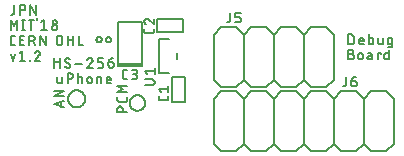
<source format=gto>
G75*
%MOIN*%
%OFA0B0*%
%FSLAX25Y25*%
%IPPOS*%
%LPD*%
%AMOC8*
5,1,8,0,0,1.08239X$1,22.5*
%
%ADD10C,0.00787*%
%ADD11C,0.00700*%
%ADD12C,0.00500*%
%ADD13R,0.07874X0.01181*%
%ADD14C,0.00600*%
D10*
X0052876Y0054543D02*
X0052878Y0054602D01*
X0052884Y0054660D01*
X0052894Y0054718D01*
X0052907Y0054775D01*
X0052925Y0054832D01*
X0052946Y0054887D01*
X0052971Y0054940D01*
X0052999Y0054991D01*
X0053030Y0055041D01*
X0053065Y0055088D01*
X0053103Y0055133D01*
X0053144Y0055176D01*
X0053188Y0055215D01*
X0053234Y0055251D01*
X0053282Y0055285D01*
X0053333Y0055315D01*
X0053386Y0055341D01*
X0053440Y0055364D01*
X0053495Y0055383D01*
X0053552Y0055399D01*
X0053610Y0055411D01*
X0053668Y0055419D01*
X0053727Y0055423D01*
X0053785Y0055423D01*
X0053844Y0055419D01*
X0053902Y0055411D01*
X0053960Y0055399D01*
X0054017Y0055383D01*
X0054072Y0055364D01*
X0054126Y0055341D01*
X0054179Y0055315D01*
X0054230Y0055285D01*
X0054278Y0055251D01*
X0054324Y0055215D01*
X0054368Y0055176D01*
X0054409Y0055133D01*
X0054447Y0055088D01*
X0054482Y0055041D01*
X0054513Y0054991D01*
X0054541Y0054940D01*
X0054566Y0054887D01*
X0054587Y0054832D01*
X0054605Y0054775D01*
X0054618Y0054718D01*
X0054628Y0054660D01*
X0054634Y0054602D01*
X0054636Y0054543D01*
X0054634Y0054484D01*
X0054628Y0054426D01*
X0054618Y0054368D01*
X0054605Y0054311D01*
X0054587Y0054254D01*
X0054566Y0054199D01*
X0054541Y0054146D01*
X0054513Y0054095D01*
X0054482Y0054045D01*
X0054447Y0053998D01*
X0054409Y0053953D01*
X0054368Y0053910D01*
X0054324Y0053871D01*
X0054278Y0053835D01*
X0054230Y0053801D01*
X0054179Y0053771D01*
X0054126Y0053745D01*
X0054072Y0053722D01*
X0054017Y0053703D01*
X0053960Y0053687D01*
X0053902Y0053675D01*
X0053844Y0053667D01*
X0053785Y0053663D01*
X0053727Y0053663D01*
X0053668Y0053667D01*
X0053610Y0053675D01*
X0053552Y0053687D01*
X0053495Y0053703D01*
X0053440Y0053722D01*
X0053386Y0053745D01*
X0053333Y0053771D01*
X0053282Y0053801D01*
X0053234Y0053835D01*
X0053188Y0053871D01*
X0053144Y0053910D01*
X0053103Y0053953D01*
X0053065Y0053998D01*
X0053030Y0054045D01*
X0052999Y0054095D01*
X0052971Y0054146D01*
X0052946Y0054199D01*
X0052925Y0054254D01*
X0052907Y0054311D01*
X0052894Y0054368D01*
X0052884Y0054426D01*
X0052878Y0054484D01*
X0052876Y0054543D01*
X0056026Y0054543D02*
X0056028Y0054602D01*
X0056034Y0054660D01*
X0056044Y0054718D01*
X0056057Y0054775D01*
X0056075Y0054832D01*
X0056096Y0054887D01*
X0056121Y0054940D01*
X0056149Y0054991D01*
X0056180Y0055041D01*
X0056215Y0055088D01*
X0056253Y0055133D01*
X0056294Y0055176D01*
X0056338Y0055215D01*
X0056384Y0055251D01*
X0056432Y0055285D01*
X0056483Y0055315D01*
X0056536Y0055341D01*
X0056590Y0055364D01*
X0056645Y0055383D01*
X0056702Y0055399D01*
X0056760Y0055411D01*
X0056818Y0055419D01*
X0056877Y0055423D01*
X0056935Y0055423D01*
X0056994Y0055419D01*
X0057052Y0055411D01*
X0057110Y0055399D01*
X0057167Y0055383D01*
X0057222Y0055364D01*
X0057276Y0055341D01*
X0057329Y0055315D01*
X0057380Y0055285D01*
X0057428Y0055251D01*
X0057474Y0055215D01*
X0057518Y0055176D01*
X0057559Y0055133D01*
X0057597Y0055088D01*
X0057632Y0055041D01*
X0057663Y0054991D01*
X0057691Y0054940D01*
X0057716Y0054887D01*
X0057737Y0054832D01*
X0057755Y0054775D01*
X0057768Y0054718D01*
X0057778Y0054660D01*
X0057784Y0054602D01*
X0057786Y0054543D01*
X0057784Y0054484D01*
X0057778Y0054426D01*
X0057768Y0054368D01*
X0057755Y0054311D01*
X0057737Y0054254D01*
X0057716Y0054199D01*
X0057691Y0054146D01*
X0057663Y0054095D01*
X0057632Y0054045D01*
X0057597Y0053998D01*
X0057559Y0053953D01*
X0057518Y0053910D01*
X0057474Y0053871D01*
X0057428Y0053835D01*
X0057380Y0053801D01*
X0057329Y0053771D01*
X0057276Y0053745D01*
X0057222Y0053722D01*
X0057167Y0053703D01*
X0057110Y0053687D01*
X0057052Y0053675D01*
X0056994Y0053667D01*
X0056935Y0053663D01*
X0056877Y0053663D01*
X0056818Y0053667D01*
X0056760Y0053675D01*
X0056702Y0053687D01*
X0056645Y0053703D01*
X0056590Y0053722D01*
X0056536Y0053745D01*
X0056483Y0053771D01*
X0056432Y0053801D01*
X0056384Y0053835D01*
X0056338Y0053871D01*
X0056294Y0053910D01*
X0056253Y0053953D01*
X0056215Y0053998D01*
X0056180Y0054045D01*
X0056149Y0054095D01*
X0056121Y0054146D01*
X0056096Y0054199D01*
X0056075Y0054254D01*
X0056057Y0054311D01*
X0056044Y0054368D01*
X0056034Y0054426D01*
X0056028Y0054484D01*
X0056026Y0054543D01*
D11*
X0059893Y0031383D02*
X0059893Y0030484D01*
X0063130Y0030484D01*
X0061692Y0030484D02*
X0061692Y0031383D01*
X0061691Y0031383D02*
X0061689Y0031442D01*
X0061683Y0031500D01*
X0061674Y0031558D01*
X0061660Y0031616D01*
X0061643Y0031672D01*
X0061623Y0031727D01*
X0061598Y0031781D01*
X0061571Y0031833D01*
X0061539Y0031882D01*
X0061505Y0031930D01*
X0061468Y0031976D01*
X0061428Y0032019D01*
X0061385Y0032059D01*
X0061339Y0032096D01*
X0061291Y0032130D01*
X0061242Y0032162D01*
X0061190Y0032189D01*
X0061136Y0032214D01*
X0061081Y0032234D01*
X0061025Y0032251D01*
X0060967Y0032265D01*
X0060909Y0032274D01*
X0060851Y0032280D01*
X0060792Y0032282D01*
X0060733Y0032280D01*
X0060675Y0032274D01*
X0060617Y0032265D01*
X0060559Y0032251D01*
X0060503Y0032234D01*
X0060448Y0032214D01*
X0060394Y0032189D01*
X0060343Y0032162D01*
X0060293Y0032130D01*
X0060245Y0032096D01*
X0060199Y0032059D01*
X0060156Y0032019D01*
X0060116Y0031976D01*
X0060079Y0031930D01*
X0060045Y0031882D01*
X0060013Y0031833D01*
X0059986Y0031781D01*
X0059961Y0031727D01*
X0059941Y0031672D01*
X0059924Y0031616D01*
X0059910Y0031558D01*
X0059901Y0031500D01*
X0059895Y0031442D01*
X0059893Y0031383D01*
X0060613Y0033808D02*
X0062411Y0033808D01*
X0062462Y0033810D01*
X0062513Y0033815D01*
X0062564Y0033824D01*
X0062614Y0033837D01*
X0062662Y0033853D01*
X0062710Y0033873D01*
X0062756Y0033896D01*
X0062800Y0033922D01*
X0062842Y0033951D01*
X0062882Y0033984D01*
X0062919Y0034019D01*
X0062954Y0034056D01*
X0062987Y0034096D01*
X0063016Y0034138D01*
X0063042Y0034182D01*
X0063065Y0034228D01*
X0063085Y0034276D01*
X0063101Y0034324D01*
X0063114Y0034374D01*
X0063123Y0034425D01*
X0063128Y0034476D01*
X0063130Y0034527D01*
X0063130Y0035247D01*
X0060613Y0033808D02*
X0060562Y0033810D01*
X0060511Y0033815D01*
X0060460Y0033824D01*
X0060410Y0033837D01*
X0060362Y0033853D01*
X0060314Y0033873D01*
X0060268Y0033896D01*
X0060224Y0033922D01*
X0060182Y0033951D01*
X0060142Y0033984D01*
X0060105Y0034019D01*
X0060070Y0034056D01*
X0060037Y0034096D01*
X0060008Y0034138D01*
X0059982Y0034182D01*
X0059959Y0034228D01*
X0059939Y0034276D01*
X0059923Y0034324D01*
X0059910Y0034374D01*
X0059901Y0034425D01*
X0059896Y0034476D01*
X0059894Y0034527D01*
X0059893Y0034527D02*
X0059893Y0035247D01*
X0059893Y0036952D02*
X0061692Y0038031D01*
X0059893Y0039110D01*
X0063130Y0039110D01*
X0063130Y0036952D02*
X0059893Y0036952D01*
X0057684Y0040051D02*
X0056785Y0040051D01*
X0056740Y0040053D01*
X0056696Y0040058D01*
X0056653Y0040067D01*
X0056610Y0040080D01*
X0056568Y0040096D01*
X0056528Y0040116D01*
X0056490Y0040139D01*
X0056454Y0040165D01*
X0056420Y0040193D01*
X0056388Y0040225D01*
X0056360Y0040259D01*
X0056334Y0040295D01*
X0056311Y0040333D01*
X0056291Y0040373D01*
X0056275Y0040415D01*
X0056262Y0040458D01*
X0056253Y0040501D01*
X0056248Y0040545D01*
X0056246Y0040590D01*
X0056245Y0040590D02*
X0056245Y0041489D01*
X0056245Y0041130D02*
X0057684Y0041130D01*
X0057684Y0041489D01*
X0057682Y0041541D01*
X0057676Y0041594D01*
X0057667Y0041645D01*
X0057654Y0041696D01*
X0057637Y0041746D01*
X0057616Y0041794D01*
X0057592Y0041841D01*
X0057565Y0041886D01*
X0057534Y0041928D01*
X0057500Y0041969D01*
X0057464Y0042007D01*
X0057425Y0042042D01*
X0057383Y0042074D01*
X0057340Y0042103D01*
X0057294Y0042128D01*
X0057246Y0042151D01*
X0057197Y0042169D01*
X0057147Y0042185D01*
X0057096Y0042196D01*
X0057044Y0042204D01*
X0056991Y0042208D01*
X0056939Y0042208D01*
X0056886Y0042204D01*
X0056834Y0042196D01*
X0056783Y0042185D01*
X0056733Y0042169D01*
X0056684Y0042151D01*
X0056636Y0042128D01*
X0056590Y0042103D01*
X0056547Y0042074D01*
X0056505Y0042042D01*
X0056466Y0042007D01*
X0056430Y0041969D01*
X0056396Y0041928D01*
X0056365Y0041886D01*
X0056338Y0041841D01*
X0056314Y0041794D01*
X0056293Y0041746D01*
X0056276Y0041696D01*
X0056263Y0041645D01*
X0056254Y0041594D01*
X0056248Y0041541D01*
X0056246Y0041489D01*
X0054495Y0041669D02*
X0054495Y0040051D01*
X0053056Y0040051D02*
X0053056Y0042209D01*
X0053955Y0042209D01*
X0054000Y0042207D01*
X0054044Y0042202D01*
X0054088Y0042192D01*
X0054130Y0042180D01*
X0054172Y0042164D01*
X0054212Y0042144D01*
X0054250Y0042121D01*
X0054287Y0042095D01*
X0054321Y0042066D01*
X0054352Y0042035D01*
X0054381Y0042001D01*
X0054407Y0041964D01*
X0054430Y0041926D01*
X0054450Y0041886D01*
X0054466Y0041844D01*
X0054478Y0041802D01*
X0054488Y0041758D01*
X0054493Y0041714D01*
X0054495Y0041669D01*
X0051306Y0041489D02*
X0051306Y0040770D01*
X0051304Y0040718D01*
X0051298Y0040665D01*
X0051289Y0040614D01*
X0051276Y0040563D01*
X0051259Y0040513D01*
X0051238Y0040465D01*
X0051214Y0040418D01*
X0051187Y0040373D01*
X0051156Y0040331D01*
X0051122Y0040290D01*
X0051086Y0040252D01*
X0051047Y0040217D01*
X0051005Y0040185D01*
X0050962Y0040156D01*
X0050916Y0040131D01*
X0050868Y0040108D01*
X0050819Y0040090D01*
X0050769Y0040074D01*
X0050718Y0040063D01*
X0050666Y0040055D01*
X0050613Y0040051D01*
X0050561Y0040051D01*
X0050508Y0040055D01*
X0050456Y0040063D01*
X0050405Y0040074D01*
X0050355Y0040090D01*
X0050306Y0040108D01*
X0050258Y0040131D01*
X0050212Y0040156D01*
X0050169Y0040185D01*
X0050127Y0040217D01*
X0050088Y0040252D01*
X0050052Y0040290D01*
X0050018Y0040331D01*
X0049987Y0040373D01*
X0049960Y0040418D01*
X0049936Y0040465D01*
X0049915Y0040513D01*
X0049898Y0040563D01*
X0049885Y0040614D01*
X0049876Y0040665D01*
X0049870Y0040718D01*
X0049868Y0040770D01*
X0049867Y0040770D02*
X0049867Y0041489D01*
X0049868Y0041489D02*
X0049870Y0041541D01*
X0049876Y0041594D01*
X0049885Y0041645D01*
X0049898Y0041696D01*
X0049915Y0041746D01*
X0049936Y0041794D01*
X0049960Y0041841D01*
X0049987Y0041886D01*
X0050018Y0041928D01*
X0050052Y0041969D01*
X0050088Y0042007D01*
X0050127Y0042042D01*
X0050169Y0042074D01*
X0050212Y0042103D01*
X0050258Y0042128D01*
X0050306Y0042151D01*
X0050355Y0042169D01*
X0050405Y0042185D01*
X0050456Y0042196D01*
X0050508Y0042204D01*
X0050561Y0042208D01*
X0050613Y0042208D01*
X0050666Y0042204D01*
X0050718Y0042196D01*
X0050769Y0042185D01*
X0050819Y0042169D01*
X0050868Y0042151D01*
X0050916Y0042128D01*
X0050962Y0042103D01*
X0051005Y0042074D01*
X0051047Y0042042D01*
X0051086Y0042007D01*
X0051122Y0041969D01*
X0051156Y0041928D01*
X0051187Y0041886D01*
X0051214Y0041841D01*
X0051238Y0041794D01*
X0051259Y0041746D01*
X0051276Y0041696D01*
X0051289Y0041645D01*
X0051298Y0041594D01*
X0051304Y0041541D01*
X0051306Y0041489D01*
X0048117Y0041669D02*
X0048117Y0040051D01*
X0046678Y0040051D02*
X0046678Y0043288D01*
X0046678Y0042209D02*
X0047577Y0042209D01*
X0047622Y0042207D01*
X0047666Y0042202D01*
X0047710Y0042192D01*
X0047752Y0042180D01*
X0047794Y0042164D01*
X0047834Y0042144D01*
X0047872Y0042121D01*
X0047909Y0042095D01*
X0047943Y0042066D01*
X0047974Y0042035D01*
X0048003Y0042001D01*
X0048029Y0041964D01*
X0048052Y0041926D01*
X0048072Y0041886D01*
X0048088Y0041844D01*
X0048100Y0041802D01*
X0048110Y0041758D01*
X0048115Y0041714D01*
X0048117Y0041669D01*
X0044175Y0041489D02*
X0043276Y0041489D01*
X0044175Y0041490D02*
X0044234Y0041492D01*
X0044292Y0041498D01*
X0044350Y0041507D01*
X0044408Y0041521D01*
X0044464Y0041538D01*
X0044519Y0041558D01*
X0044573Y0041583D01*
X0044625Y0041610D01*
X0044674Y0041642D01*
X0044722Y0041676D01*
X0044768Y0041713D01*
X0044811Y0041753D01*
X0044851Y0041796D01*
X0044888Y0041842D01*
X0044922Y0041890D01*
X0044954Y0041940D01*
X0044981Y0041991D01*
X0045006Y0042045D01*
X0045026Y0042100D01*
X0045043Y0042156D01*
X0045057Y0042214D01*
X0045066Y0042272D01*
X0045072Y0042330D01*
X0045074Y0042389D01*
X0045072Y0042448D01*
X0045066Y0042506D01*
X0045057Y0042564D01*
X0045043Y0042622D01*
X0045026Y0042678D01*
X0045006Y0042733D01*
X0044981Y0042787D01*
X0044954Y0042839D01*
X0044922Y0042888D01*
X0044888Y0042936D01*
X0044851Y0042982D01*
X0044811Y0043025D01*
X0044768Y0043065D01*
X0044722Y0043102D01*
X0044674Y0043136D01*
X0044624Y0043168D01*
X0044573Y0043195D01*
X0044519Y0043220D01*
X0044464Y0043240D01*
X0044408Y0043257D01*
X0044350Y0043271D01*
X0044292Y0043280D01*
X0044234Y0043286D01*
X0044175Y0043288D01*
X0043276Y0043288D01*
X0043276Y0040051D01*
X0041267Y0040051D02*
X0041267Y0042209D01*
X0039828Y0042209D02*
X0039828Y0040590D01*
X0039830Y0040545D01*
X0039835Y0040501D01*
X0039844Y0040458D01*
X0039857Y0040415D01*
X0039873Y0040373D01*
X0039893Y0040333D01*
X0039916Y0040295D01*
X0039942Y0040259D01*
X0039970Y0040225D01*
X0040002Y0040193D01*
X0040036Y0040165D01*
X0040072Y0040139D01*
X0040110Y0040116D01*
X0040150Y0040096D01*
X0040192Y0040080D01*
X0040235Y0040067D01*
X0040278Y0040058D01*
X0040322Y0040053D01*
X0040367Y0040051D01*
X0041267Y0040051D01*
X0041989Y0037541D02*
X0038752Y0037541D01*
X0038752Y0035742D02*
X0041989Y0037541D01*
X0041989Y0035742D02*
X0038752Y0035742D01*
X0038752Y0032980D02*
X0041989Y0034059D01*
X0041179Y0033789D02*
X0041179Y0032171D01*
X0041989Y0031901D02*
X0038752Y0032980D01*
X0061701Y0042030D02*
X0061701Y0043828D01*
X0061702Y0043828D02*
X0061704Y0043879D01*
X0061709Y0043930D01*
X0061718Y0043981D01*
X0061731Y0044031D01*
X0061747Y0044079D01*
X0061767Y0044127D01*
X0061790Y0044173D01*
X0061816Y0044217D01*
X0061845Y0044259D01*
X0061878Y0044299D01*
X0061913Y0044336D01*
X0061950Y0044371D01*
X0061990Y0044404D01*
X0062032Y0044433D01*
X0062076Y0044459D01*
X0062122Y0044482D01*
X0062170Y0044502D01*
X0062218Y0044518D01*
X0062268Y0044531D01*
X0062319Y0044540D01*
X0062370Y0044545D01*
X0062421Y0044547D01*
X0062421Y0044548D02*
X0063140Y0044548D01*
X0064671Y0044548D02*
X0065750Y0044548D01*
X0065750Y0044547D02*
X0065802Y0044545D01*
X0065855Y0044539D01*
X0065906Y0044530D01*
X0065957Y0044517D01*
X0066007Y0044500D01*
X0066055Y0044479D01*
X0066102Y0044455D01*
X0066147Y0044428D01*
X0066189Y0044397D01*
X0066230Y0044363D01*
X0066268Y0044327D01*
X0066303Y0044288D01*
X0066335Y0044246D01*
X0066364Y0044203D01*
X0066389Y0044157D01*
X0066412Y0044109D01*
X0066430Y0044060D01*
X0066446Y0044010D01*
X0066457Y0043959D01*
X0066465Y0043907D01*
X0066469Y0043854D01*
X0066469Y0043802D01*
X0066465Y0043749D01*
X0066457Y0043697D01*
X0066446Y0043646D01*
X0066430Y0043596D01*
X0066412Y0043547D01*
X0066389Y0043499D01*
X0066364Y0043453D01*
X0066335Y0043410D01*
X0066303Y0043368D01*
X0066268Y0043329D01*
X0066230Y0043293D01*
X0066189Y0043259D01*
X0066147Y0043228D01*
X0066102Y0043201D01*
X0066055Y0043177D01*
X0066007Y0043156D01*
X0065957Y0043139D01*
X0065906Y0043126D01*
X0065855Y0043117D01*
X0065802Y0043111D01*
X0065750Y0043109D01*
X0065030Y0043109D01*
X0065570Y0043109D02*
X0065629Y0043107D01*
X0065687Y0043101D01*
X0065745Y0043092D01*
X0065803Y0043078D01*
X0065859Y0043061D01*
X0065914Y0043041D01*
X0065968Y0043016D01*
X0066019Y0042989D01*
X0066069Y0042957D01*
X0066117Y0042923D01*
X0066163Y0042886D01*
X0066206Y0042846D01*
X0066246Y0042803D01*
X0066283Y0042757D01*
X0066317Y0042709D01*
X0066349Y0042660D01*
X0066376Y0042608D01*
X0066401Y0042554D01*
X0066421Y0042499D01*
X0066438Y0042443D01*
X0066452Y0042385D01*
X0066461Y0042327D01*
X0066467Y0042269D01*
X0066469Y0042210D01*
X0066467Y0042151D01*
X0066461Y0042093D01*
X0066452Y0042035D01*
X0066438Y0041977D01*
X0066421Y0041921D01*
X0066401Y0041866D01*
X0066376Y0041812D01*
X0066349Y0041761D01*
X0066317Y0041711D01*
X0066283Y0041663D01*
X0066246Y0041617D01*
X0066206Y0041574D01*
X0066163Y0041534D01*
X0066117Y0041497D01*
X0066069Y0041463D01*
X0066020Y0041431D01*
X0065968Y0041404D01*
X0065914Y0041379D01*
X0065859Y0041359D01*
X0065803Y0041342D01*
X0065745Y0041328D01*
X0065687Y0041319D01*
X0065629Y0041313D01*
X0065570Y0041311D01*
X0064671Y0041311D01*
X0063140Y0041311D02*
X0062421Y0041311D01*
X0062370Y0041313D01*
X0062319Y0041318D01*
X0062268Y0041327D01*
X0062218Y0041340D01*
X0062170Y0041356D01*
X0062122Y0041376D01*
X0062076Y0041399D01*
X0062032Y0041425D01*
X0061990Y0041454D01*
X0061950Y0041487D01*
X0061913Y0041522D01*
X0061878Y0041559D01*
X0061845Y0041599D01*
X0061816Y0041641D01*
X0061790Y0041685D01*
X0061767Y0041731D01*
X0061747Y0041779D01*
X0061731Y0041827D01*
X0061718Y0041877D01*
X0061709Y0041928D01*
X0061704Y0041979D01*
X0061702Y0042030D01*
X0058691Y0046068D02*
X0058691Y0046248D01*
X0058690Y0046248D02*
X0058688Y0046299D01*
X0058683Y0046350D01*
X0058674Y0046401D01*
X0058661Y0046451D01*
X0058645Y0046499D01*
X0058625Y0046547D01*
X0058602Y0046593D01*
X0058576Y0046637D01*
X0058547Y0046679D01*
X0058514Y0046719D01*
X0058479Y0046756D01*
X0058442Y0046791D01*
X0058402Y0046824D01*
X0058360Y0046853D01*
X0058316Y0046879D01*
X0058270Y0046902D01*
X0058222Y0046922D01*
X0058174Y0046938D01*
X0058124Y0046951D01*
X0058073Y0046960D01*
X0058022Y0046965D01*
X0057971Y0046967D01*
X0056892Y0046967D01*
X0056892Y0046068D01*
X0056894Y0046009D01*
X0056900Y0045951D01*
X0056909Y0045893D01*
X0056923Y0045835D01*
X0056940Y0045779D01*
X0056960Y0045724D01*
X0056985Y0045670D01*
X0057012Y0045619D01*
X0057044Y0045569D01*
X0057078Y0045521D01*
X0057115Y0045475D01*
X0057155Y0045432D01*
X0057198Y0045392D01*
X0057244Y0045355D01*
X0057292Y0045321D01*
X0057342Y0045289D01*
X0057393Y0045262D01*
X0057447Y0045237D01*
X0057502Y0045217D01*
X0057558Y0045200D01*
X0057616Y0045186D01*
X0057674Y0045177D01*
X0057732Y0045171D01*
X0057791Y0045169D01*
X0057850Y0045171D01*
X0057908Y0045177D01*
X0057966Y0045186D01*
X0058024Y0045200D01*
X0058080Y0045217D01*
X0058135Y0045237D01*
X0058189Y0045262D01*
X0058241Y0045289D01*
X0058290Y0045321D01*
X0058338Y0045355D01*
X0058384Y0045392D01*
X0058427Y0045432D01*
X0058467Y0045475D01*
X0058504Y0045521D01*
X0058538Y0045569D01*
X0058570Y0045619D01*
X0058597Y0045670D01*
X0058622Y0045724D01*
X0058642Y0045779D01*
X0058659Y0045835D01*
X0058673Y0045893D01*
X0058682Y0045951D01*
X0058688Y0046009D01*
X0058690Y0046068D01*
X0056892Y0046967D02*
X0056894Y0047042D01*
X0056900Y0047117D01*
X0056910Y0047192D01*
X0056923Y0047266D01*
X0056941Y0047339D01*
X0056962Y0047412D01*
X0056988Y0047483D01*
X0057016Y0047552D01*
X0057049Y0047620D01*
X0057085Y0047686D01*
X0057124Y0047751D01*
X0057167Y0047813D01*
X0057213Y0047873D01*
X0057262Y0047930D01*
X0057313Y0047985D01*
X0057368Y0048036D01*
X0057425Y0048085D01*
X0057485Y0048131D01*
X0057547Y0048174D01*
X0057611Y0048213D01*
X0057678Y0048249D01*
X0057746Y0048282D01*
X0057815Y0048310D01*
X0057886Y0048336D01*
X0057959Y0048357D01*
X0058032Y0048375D01*
X0058106Y0048388D01*
X0058181Y0048398D01*
X0058256Y0048404D01*
X0058331Y0048406D01*
X0055147Y0048406D02*
X0053349Y0048406D01*
X0053349Y0046967D01*
X0054428Y0046967D01*
X0054479Y0046965D01*
X0054530Y0046960D01*
X0054581Y0046951D01*
X0054631Y0046938D01*
X0054679Y0046922D01*
X0054727Y0046902D01*
X0054773Y0046879D01*
X0054817Y0046853D01*
X0054859Y0046824D01*
X0054899Y0046791D01*
X0054936Y0046756D01*
X0054971Y0046719D01*
X0055004Y0046679D01*
X0055033Y0046637D01*
X0055059Y0046593D01*
X0055082Y0046547D01*
X0055102Y0046499D01*
X0055118Y0046451D01*
X0055131Y0046401D01*
X0055140Y0046350D01*
X0055145Y0046299D01*
X0055147Y0046248D01*
X0055147Y0045888D01*
X0055145Y0045837D01*
X0055140Y0045786D01*
X0055131Y0045735D01*
X0055118Y0045685D01*
X0055102Y0045637D01*
X0055082Y0045589D01*
X0055059Y0045543D01*
X0055033Y0045499D01*
X0055004Y0045457D01*
X0054971Y0045417D01*
X0054936Y0045380D01*
X0054899Y0045345D01*
X0054859Y0045312D01*
X0054817Y0045283D01*
X0054773Y0045257D01*
X0054727Y0045234D01*
X0054679Y0045214D01*
X0054631Y0045198D01*
X0054581Y0045185D01*
X0054530Y0045176D01*
X0054479Y0045171D01*
X0054428Y0045169D01*
X0053349Y0045169D01*
X0051604Y0045169D02*
X0049806Y0045169D01*
X0051334Y0046967D01*
X0050795Y0048406D02*
X0050733Y0048404D01*
X0050671Y0048399D01*
X0050609Y0048389D01*
X0050548Y0048376D01*
X0050488Y0048360D01*
X0050429Y0048340D01*
X0050372Y0048316D01*
X0050316Y0048289D01*
X0050261Y0048259D01*
X0050209Y0048225D01*
X0050158Y0048188D01*
X0050110Y0048149D01*
X0050065Y0048106D01*
X0050022Y0048061D01*
X0049981Y0048014D01*
X0049944Y0047964D01*
X0049910Y0047912D01*
X0049879Y0047858D01*
X0049851Y0047802D01*
X0049827Y0047745D01*
X0049806Y0047686D01*
X0051334Y0046968D02*
X0051375Y0047010D01*
X0051414Y0047054D01*
X0051449Y0047101D01*
X0051480Y0047150D01*
X0051509Y0047202D01*
X0051534Y0047255D01*
X0051555Y0047309D01*
X0051573Y0047365D01*
X0051586Y0047422D01*
X0051596Y0047480D01*
X0051602Y0047538D01*
X0051604Y0047597D01*
X0051602Y0047652D01*
X0051596Y0047707D01*
X0051587Y0047762D01*
X0051574Y0047815D01*
X0051557Y0047868D01*
X0051537Y0047919D01*
X0051513Y0047969D01*
X0051486Y0048017D01*
X0051456Y0048064D01*
X0051423Y0048108D01*
X0051386Y0048149D01*
X0051347Y0048188D01*
X0051306Y0048225D01*
X0051262Y0048258D01*
X0051215Y0048288D01*
X0051167Y0048315D01*
X0051117Y0048339D01*
X0051066Y0048359D01*
X0051013Y0048376D01*
X0050960Y0048389D01*
X0050905Y0048398D01*
X0050850Y0048404D01*
X0050795Y0048406D01*
X0048004Y0046428D02*
X0045846Y0046428D01*
X0043803Y0046518D02*
X0042814Y0047057D01*
X0043174Y0048406D02*
X0043246Y0048404D01*
X0043318Y0048398D01*
X0043390Y0048389D01*
X0043461Y0048375D01*
X0043531Y0048358D01*
X0043601Y0048337D01*
X0043669Y0048312D01*
X0043735Y0048284D01*
X0043800Y0048252D01*
X0043863Y0048217D01*
X0043924Y0048178D01*
X0043983Y0048136D01*
X0042814Y0047057D02*
X0042771Y0047084D01*
X0042731Y0047114D01*
X0042692Y0047147D01*
X0042656Y0047183D01*
X0042622Y0047220D01*
X0042591Y0047260D01*
X0042563Y0047303D01*
X0042538Y0047347D01*
X0042516Y0047392D01*
X0042497Y0047439D01*
X0042482Y0047487D01*
X0042470Y0047536D01*
X0042461Y0047586D01*
X0042456Y0047636D01*
X0042454Y0047687D01*
X0042455Y0047687D02*
X0042457Y0047738D01*
X0042462Y0047789D01*
X0042471Y0047840D01*
X0042484Y0047890D01*
X0042500Y0047938D01*
X0042520Y0047986D01*
X0042543Y0048032D01*
X0042569Y0048076D01*
X0042598Y0048118D01*
X0042631Y0048158D01*
X0042666Y0048195D01*
X0042703Y0048230D01*
X0042743Y0048263D01*
X0042785Y0048292D01*
X0042829Y0048318D01*
X0042875Y0048341D01*
X0042923Y0048361D01*
X0042971Y0048377D01*
X0043021Y0048390D01*
X0043072Y0048399D01*
X0043123Y0048404D01*
X0043174Y0048406D01*
X0040620Y0048406D02*
X0040620Y0045169D01*
X0038821Y0045169D02*
X0038821Y0048406D01*
X0038821Y0046967D02*
X0040620Y0046967D01*
X0042365Y0045618D02*
X0042419Y0045566D01*
X0042475Y0045517D01*
X0042534Y0045470D01*
X0042596Y0045427D01*
X0042659Y0045387D01*
X0042724Y0045349D01*
X0042791Y0045315D01*
X0042859Y0045285D01*
X0042929Y0045258D01*
X0043000Y0045234D01*
X0043073Y0045214D01*
X0043146Y0045198D01*
X0043220Y0045185D01*
X0043294Y0045175D01*
X0043369Y0045170D01*
X0043444Y0045168D01*
X0043444Y0045169D02*
X0043495Y0045171D01*
X0043546Y0045176D01*
X0043597Y0045185D01*
X0043647Y0045198D01*
X0043695Y0045214D01*
X0043743Y0045234D01*
X0043789Y0045257D01*
X0043833Y0045283D01*
X0043875Y0045312D01*
X0043915Y0045345D01*
X0043952Y0045380D01*
X0043987Y0045417D01*
X0044020Y0045457D01*
X0044049Y0045499D01*
X0044075Y0045543D01*
X0044098Y0045589D01*
X0044118Y0045637D01*
X0044134Y0045685D01*
X0044147Y0045735D01*
X0044156Y0045786D01*
X0044161Y0045837D01*
X0044163Y0045888D01*
X0044161Y0045939D01*
X0044156Y0045989D01*
X0044147Y0046039D01*
X0044135Y0046088D01*
X0044120Y0046136D01*
X0044101Y0046183D01*
X0044079Y0046228D01*
X0044054Y0046272D01*
X0044026Y0046315D01*
X0043995Y0046355D01*
X0043961Y0046392D01*
X0043925Y0046428D01*
X0043886Y0046461D01*
X0043846Y0046491D01*
X0043803Y0046518D01*
X0043335Y0052649D02*
X0043335Y0055886D01*
X0045133Y0055886D02*
X0045133Y0052649D01*
X0047126Y0052649D02*
X0048565Y0052649D01*
X0047126Y0052649D02*
X0047126Y0055886D01*
X0045133Y0054448D02*
X0043335Y0054448D01*
X0041472Y0054987D02*
X0041472Y0053548D01*
X0041470Y0053489D01*
X0041464Y0053431D01*
X0041455Y0053373D01*
X0041441Y0053315D01*
X0041424Y0053259D01*
X0041404Y0053204D01*
X0041379Y0053150D01*
X0041352Y0053099D01*
X0041320Y0053049D01*
X0041286Y0053001D01*
X0041249Y0052955D01*
X0041209Y0052912D01*
X0041166Y0052872D01*
X0041120Y0052835D01*
X0041072Y0052801D01*
X0041023Y0052769D01*
X0040971Y0052742D01*
X0040917Y0052717D01*
X0040862Y0052697D01*
X0040806Y0052680D01*
X0040748Y0052666D01*
X0040690Y0052657D01*
X0040632Y0052651D01*
X0040573Y0052649D01*
X0040514Y0052651D01*
X0040456Y0052657D01*
X0040398Y0052666D01*
X0040340Y0052680D01*
X0040284Y0052697D01*
X0040229Y0052717D01*
X0040175Y0052742D01*
X0040124Y0052769D01*
X0040074Y0052801D01*
X0040026Y0052835D01*
X0039980Y0052872D01*
X0039937Y0052912D01*
X0039897Y0052955D01*
X0039860Y0053001D01*
X0039826Y0053049D01*
X0039794Y0053099D01*
X0039767Y0053150D01*
X0039742Y0053204D01*
X0039722Y0053259D01*
X0039705Y0053315D01*
X0039691Y0053373D01*
X0039682Y0053431D01*
X0039676Y0053489D01*
X0039674Y0053548D01*
X0039674Y0054987D01*
X0039676Y0055046D01*
X0039682Y0055104D01*
X0039691Y0055162D01*
X0039705Y0055220D01*
X0039722Y0055276D01*
X0039742Y0055331D01*
X0039767Y0055385D01*
X0039794Y0055437D01*
X0039826Y0055486D01*
X0039860Y0055534D01*
X0039897Y0055580D01*
X0039937Y0055623D01*
X0039980Y0055663D01*
X0040026Y0055700D01*
X0040074Y0055734D01*
X0040124Y0055766D01*
X0040175Y0055793D01*
X0040229Y0055818D01*
X0040284Y0055838D01*
X0040340Y0055855D01*
X0040398Y0055869D01*
X0040456Y0055878D01*
X0040514Y0055884D01*
X0040573Y0055886D01*
X0040632Y0055884D01*
X0040690Y0055878D01*
X0040748Y0055869D01*
X0040806Y0055855D01*
X0040862Y0055838D01*
X0040917Y0055818D01*
X0040971Y0055793D01*
X0041023Y0055766D01*
X0041072Y0055734D01*
X0041120Y0055700D01*
X0041166Y0055663D01*
X0041209Y0055623D01*
X0041249Y0055580D01*
X0041286Y0055534D01*
X0041320Y0055486D01*
X0041352Y0055437D01*
X0041379Y0055385D01*
X0041404Y0055331D01*
X0041424Y0055276D01*
X0041441Y0055220D01*
X0041455Y0055162D01*
X0041464Y0055104D01*
X0041470Y0055046D01*
X0041472Y0054987D01*
X0035921Y0055886D02*
X0035921Y0052649D01*
X0034122Y0055886D01*
X0034122Y0052649D01*
X0032296Y0052649D02*
X0031577Y0054088D01*
X0031397Y0054088D02*
X0030498Y0054088D01*
X0031397Y0054088D02*
X0031456Y0054090D01*
X0031514Y0054096D01*
X0031572Y0054105D01*
X0031630Y0054119D01*
X0031686Y0054136D01*
X0031741Y0054156D01*
X0031795Y0054181D01*
X0031847Y0054208D01*
X0031896Y0054240D01*
X0031944Y0054274D01*
X0031990Y0054311D01*
X0032033Y0054351D01*
X0032073Y0054394D01*
X0032110Y0054440D01*
X0032144Y0054488D01*
X0032176Y0054538D01*
X0032203Y0054589D01*
X0032228Y0054643D01*
X0032248Y0054698D01*
X0032265Y0054754D01*
X0032279Y0054812D01*
X0032288Y0054870D01*
X0032294Y0054928D01*
X0032296Y0054987D01*
X0032294Y0055046D01*
X0032288Y0055104D01*
X0032279Y0055162D01*
X0032265Y0055220D01*
X0032248Y0055276D01*
X0032228Y0055331D01*
X0032203Y0055385D01*
X0032176Y0055437D01*
X0032144Y0055486D01*
X0032110Y0055534D01*
X0032073Y0055580D01*
X0032033Y0055623D01*
X0031990Y0055663D01*
X0031944Y0055700D01*
X0031896Y0055734D01*
X0031846Y0055766D01*
X0031795Y0055793D01*
X0031741Y0055818D01*
X0031686Y0055838D01*
X0031630Y0055855D01*
X0031572Y0055869D01*
X0031514Y0055878D01*
X0031456Y0055884D01*
X0031397Y0055886D01*
X0030498Y0055886D01*
X0030498Y0052649D01*
X0028840Y0052649D02*
X0027401Y0052649D01*
X0027401Y0055886D01*
X0028840Y0055886D01*
X0025741Y0055886D02*
X0025022Y0055886D01*
X0024971Y0055884D01*
X0024920Y0055879D01*
X0024869Y0055870D01*
X0024819Y0055857D01*
X0024771Y0055841D01*
X0024723Y0055821D01*
X0024677Y0055798D01*
X0024633Y0055772D01*
X0024591Y0055743D01*
X0024551Y0055710D01*
X0024514Y0055675D01*
X0024479Y0055638D01*
X0024446Y0055598D01*
X0024417Y0055556D01*
X0024391Y0055512D01*
X0024368Y0055466D01*
X0024348Y0055418D01*
X0024332Y0055370D01*
X0024319Y0055320D01*
X0024310Y0055269D01*
X0024305Y0055218D01*
X0024303Y0055167D01*
X0024303Y0053369D01*
X0024305Y0053318D01*
X0024310Y0053267D01*
X0024319Y0053216D01*
X0024332Y0053166D01*
X0024348Y0053118D01*
X0024368Y0053070D01*
X0024391Y0053024D01*
X0024417Y0052980D01*
X0024446Y0052938D01*
X0024479Y0052898D01*
X0024514Y0052861D01*
X0024551Y0052826D01*
X0024591Y0052793D01*
X0024633Y0052764D01*
X0024677Y0052738D01*
X0024723Y0052715D01*
X0024771Y0052695D01*
X0024819Y0052679D01*
X0024869Y0052666D01*
X0024920Y0052657D01*
X0024971Y0052652D01*
X0025022Y0052650D01*
X0025022Y0052649D02*
X0025741Y0052649D01*
X0027401Y0054448D02*
X0028480Y0054448D01*
X0028571Y0057767D02*
X0028571Y0061004D01*
X0028930Y0061004D02*
X0028211Y0061004D01*
X0026461Y0061004D02*
X0026461Y0057767D01*
X0028211Y0057767D02*
X0028930Y0057767D01*
X0031169Y0057767D02*
X0031169Y0061004D01*
X0030270Y0061004D02*
X0032068Y0061004D01*
X0033177Y0061004D02*
X0033177Y0061724D01*
X0032681Y0062885D02*
X0032681Y0066122D01*
X0030883Y0066122D02*
X0032681Y0062885D01*
X0030883Y0062885D02*
X0030883Y0066122D01*
X0028323Y0066122D02*
X0027424Y0066122D01*
X0027424Y0062885D01*
X0027424Y0064324D02*
X0028323Y0064324D01*
X0028382Y0064326D01*
X0028440Y0064332D01*
X0028498Y0064341D01*
X0028556Y0064355D01*
X0028612Y0064372D01*
X0028667Y0064392D01*
X0028721Y0064417D01*
X0028773Y0064444D01*
X0028822Y0064476D01*
X0028870Y0064510D01*
X0028916Y0064547D01*
X0028959Y0064587D01*
X0028999Y0064630D01*
X0029036Y0064676D01*
X0029070Y0064724D01*
X0029102Y0064774D01*
X0029129Y0064825D01*
X0029154Y0064879D01*
X0029174Y0064934D01*
X0029191Y0064990D01*
X0029205Y0065048D01*
X0029214Y0065106D01*
X0029220Y0065164D01*
X0029222Y0065223D01*
X0029220Y0065282D01*
X0029214Y0065340D01*
X0029205Y0065398D01*
X0029191Y0065456D01*
X0029174Y0065512D01*
X0029154Y0065567D01*
X0029129Y0065621D01*
X0029102Y0065673D01*
X0029070Y0065722D01*
X0029036Y0065770D01*
X0028999Y0065816D01*
X0028959Y0065859D01*
X0028916Y0065899D01*
X0028870Y0065936D01*
X0028822Y0065970D01*
X0028772Y0066002D01*
X0028721Y0066029D01*
X0028667Y0066054D01*
X0028612Y0066074D01*
X0028556Y0066091D01*
X0028498Y0066105D01*
X0028440Y0066114D01*
X0028382Y0066120D01*
X0028323Y0066122D01*
X0025382Y0066122D02*
X0025382Y0063605D01*
X0025381Y0063605D02*
X0025379Y0063554D01*
X0025374Y0063503D01*
X0025365Y0063452D01*
X0025352Y0063402D01*
X0025336Y0063354D01*
X0025316Y0063306D01*
X0025293Y0063260D01*
X0025267Y0063216D01*
X0025238Y0063174D01*
X0025205Y0063134D01*
X0025170Y0063097D01*
X0025133Y0063062D01*
X0025093Y0063029D01*
X0025051Y0063000D01*
X0025007Y0062974D01*
X0024961Y0062951D01*
X0024913Y0062931D01*
X0024865Y0062915D01*
X0024815Y0062902D01*
X0024764Y0062893D01*
X0024713Y0062888D01*
X0024662Y0062886D01*
X0024662Y0062885D02*
X0024303Y0062885D01*
X0024303Y0061004D02*
X0025382Y0059206D01*
X0026461Y0061004D01*
X0024303Y0061004D02*
X0024303Y0057767D01*
X0034522Y0057767D02*
X0036320Y0057767D01*
X0035421Y0057767D02*
X0035421Y0061004D01*
X0034522Y0060285D01*
X0038245Y0060285D02*
X0038247Y0060233D01*
X0038253Y0060180D01*
X0038262Y0060129D01*
X0038275Y0060078D01*
X0038292Y0060028D01*
X0038313Y0059980D01*
X0038337Y0059933D01*
X0038364Y0059888D01*
X0038395Y0059846D01*
X0038429Y0059805D01*
X0038465Y0059767D01*
X0038504Y0059732D01*
X0038546Y0059700D01*
X0038589Y0059671D01*
X0038635Y0059646D01*
X0038683Y0059623D01*
X0038732Y0059605D01*
X0038782Y0059589D01*
X0038833Y0059578D01*
X0038885Y0059570D01*
X0038938Y0059566D01*
X0038990Y0059566D01*
X0039043Y0059570D01*
X0039095Y0059578D01*
X0039146Y0059589D01*
X0039196Y0059605D01*
X0039245Y0059623D01*
X0039293Y0059646D01*
X0039339Y0059671D01*
X0039382Y0059700D01*
X0039424Y0059732D01*
X0039463Y0059767D01*
X0039499Y0059805D01*
X0039533Y0059846D01*
X0039564Y0059888D01*
X0039591Y0059933D01*
X0039615Y0059980D01*
X0039636Y0060028D01*
X0039653Y0060078D01*
X0039666Y0060129D01*
X0039675Y0060180D01*
X0039681Y0060233D01*
X0039683Y0060285D01*
X0039681Y0060337D01*
X0039675Y0060390D01*
X0039666Y0060441D01*
X0039653Y0060492D01*
X0039636Y0060542D01*
X0039615Y0060590D01*
X0039591Y0060637D01*
X0039564Y0060682D01*
X0039533Y0060724D01*
X0039499Y0060765D01*
X0039463Y0060803D01*
X0039424Y0060838D01*
X0039382Y0060870D01*
X0039339Y0060899D01*
X0039293Y0060924D01*
X0039245Y0060947D01*
X0039196Y0060965D01*
X0039146Y0060981D01*
X0039095Y0060992D01*
X0039043Y0061000D01*
X0038990Y0061004D01*
X0038938Y0061004D01*
X0038885Y0061000D01*
X0038833Y0060992D01*
X0038782Y0060981D01*
X0038732Y0060965D01*
X0038683Y0060947D01*
X0038635Y0060924D01*
X0038589Y0060899D01*
X0038546Y0060870D01*
X0038504Y0060838D01*
X0038465Y0060803D01*
X0038429Y0060765D01*
X0038395Y0060724D01*
X0038364Y0060682D01*
X0038337Y0060637D01*
X0038313Y0060590D01*
X0038292Y0060542D01*
X0038275Y0060492D01*
X0038262Y0060441D01*
X0038253Y0060390D01*
X0038247Y0060337D01*
X0038245Y0060285D01*
X0038065Y0058666D02*
X0038067Y0058607D01*
X0038073Y0058549D01*
X0038082Y0058491D01*
X0038096Y0058433D01*
X0038113Y0058377D01*
X0038133Y0058322D01*
X0038158Y0058268D01*
X0038185Y0058217D01*
X0038217Y0058167D01*
X0038251Y0058119D01*
X0038288Y0058073D01*
X0038328Y0058030D01*
X0038371Y0057990D01*
X0038417Y0057953D01*
X0038465Y0057919D01*
X0038515Y0057887D01*
X0038566Y0057860D01*
X0038620Y0057835D01*
X0038675Y0057815D01*
X0038731Y0057798D01*
X0038789Y0057784D01*
X0038847Y0057775D01*
X0038905Y0057769D01*
X0038964Y0057767D01*
X0039023Y0057769D01*
X0039081Y0057775D01*
X0039139Y0057784D01*
X0039197Y0057798D01*
X0039253Y0057815D01*
X0039308Y0057835D01*
X0039362Y0057860D01*
X0039414Y0057887D01*
X0039463Y0057919D01*
X0039511Y0057953D01*
X0039557Y0057990D01*
X0039600Y0058030D01*
X0039640Y0058073D01*
X0039677Y0058119D01*
X0039711Y0058167D01*
X0039743Y0058217D01*
X0039770Y0058268D01*
X0039795Y0058322D01*
X0039815Y0058377D01*
X0039832Y0058433D01*
X0039846Y0058491D01*
X0039855Y0058549D01*
X0039861Y0058607D01*
X0039863Y0058666D01*
X0039861Y0058725D01*
X0039855Y0058783D01*
X0039846Y0058841D01*
X0039832Y0058899D01*
X0039815Y0058955D01*
X0039795Y0059010D01*
X0039770Y0059064D01*
X0039743Y0059116D01*
X0039711Y0059165D01*
X0039677Y0059213D01*
X0039640Y0059259D01*
X0039600Y0059302D01*
X0039557Y0059342D01*
X0039511Y0059379D01*
X0039463Y0059413D01*
X0039414Y0059445D01*
X0039362Y0059472D01*
X0039308Y0059497D01*
X0039253Y0059517D01*
X0039197Y0059534D01*
X0039139Y0059548D01*
X0039081Y0059557D01*
X0039023Y0059563D01*
X0038964Y0059565D01*
X0038905Y0059563D01*
X0038847Y0059557D01*
X0038789Y0059548D01*
X0038731Y0059534D01*
X0038675Y0059517D01*
X0038620Y0059497D01*
X0038566Y0059472D01*
X0038515Y0059445D01*
X0038465Y0059413D01*
X0038417Y0059379D01*
X0038371Y0059342D01*
X0038328Y0059302D01*
X0038288Y0059259D01*
X0038251Y0059213D01*
X0038217Y0059165D01*
X0038185Y0059116D01*
X0038158Y0059064D01*
X0038133Y0059010D01*
X0038113Y0058955D01*
X0038096Y0058899D01*
X0038082Y0058841D01*
X0038073Y0058783D01*
X0038067Y0058725D01*
X0038065Y0058666D01*
X0028211Y0050768D02*
X0028211Y0047531D01*
X0027312Y0047531D02*
X0029110Y0047531D01*
X0030601Y0047531D02*
X0030781Y0047531D01*
X0030781Y0047711D01*
X0030601Y0047711D01*
X0030601Y0047531D01*
X0032273Y0047531D02*
X0034071Y0047531D01*
X0032273Y0047531D02*
X0033801Y0049329D01*
X0033262Y0050768D02*
X0033200Y0050766D01*
X0033138Y0050761D01*
X0033076Y0050751D01*
X0033015Y0050738D01*
X0032955Y0050722D01*
X0032896Y0050702D01*
X0032839Y0050678D01*
X0032783Y0050651D01*
X0032728Y0050621D01*
X0032676Y0050587D01*
X0032625Y0050550D01*
X0032577Y0050511D01*
X0032532Y0050468D01*
X0032489Y0050423D01*
X0032448Y0050376D01*
X0032411Y0050326D01*
X0032377Y0050274D01*
X0032346Y0050220D01*
X0032318Y0050164D01*
X0032294Y0050107D01*
X0032273Y0050048D01*
X0033801Y0049330D02*
X0033842Y0049372D01*
X0033881Y0049416D01*
X0033916Y0049463D01*
X0033947Y0049512D01*
X0033976Y0049564D01*
X0034001Y0049617D01*
X0034022Y0049671D01*
X0034040Y0049727D01*
X0034053Y0049784D01*
X0034063Y0049842D01*
X0034069Y0049900D01*
X0034071Y0049959D01*
X0034069Y0050014D01*
X0034063Y0050069D01*
X0034054Y0050124D01*
X0034041Y0050177D01*
X0034024Y0050230D01*
X0034004Y0050281D01*
X0033980Y0050331D01*
X0033953Y0050379D01*
X0033923Y0050426D01*
X0033890Y0050470D01*
X0033853Y0050511D01*
X0033814Y0050550D01*
X0033773Y0050587D01*
X0033729Y0050620D01*
X0033682Y0050650D01*
X0033634Y0050677D01*
X0033584Y0050701D01*
X0033533Y0050721D01*
X0033480Y0050738D01*
X0033427Y0050751D01*
X0033372Y0050760D01*
X0033317Y0050766D01*
X0033262Y0050768D01*
X0028211Y0050768D02*
X0027312Y0050049D01*
X0025741Y0049689D02*
X0025022Y0047531D01*
X0024303Y0049689D01*
X0069047Y0044080D02*
X0072284Y0044080D01*
X0072284Y0043181D02*
X0072284Y0044979D01*
X0069766Y0043181D02*
X0069047Y0044080D01*
X0069047Y0041318D02*
X0071385Y0041318D01*
X0071385Y0041317D02*
X0071444Y0041315D01*
X0071502Y0041309D01*
X0071560Y0041300D01*
X0071618Y0041286D01*
X0071674Y0041269D01*
X0071729Y0041249D01*
X0071783Y0041224D01*
X0071834Y0041197D01*
X0071884Y0041165D01*
X0071932Y0041131D01*
X0071978Y0041094D01*
X0072021Y0041054D01*
X0072061Y0041011D01*
X0072098Y0040965D01*
X0072132Y0040917D01*
X0072164Y0040868D01*
X0072191Y0040816D01*
X0072216Y0040762D01*
X0072236Y0040707D01*
X0072253Y0040651D01*
X0072267Y0040593D01*
X0072276Y0040535D01*
X0072282Y0040477D01*
X0072284Y0040418D01*
X0072282Y0040359D01*
X0072276Y0040301D01*
X0072267Y0040243D01*
X0072253Y0040185D01*
X0072236Y0040129D01*
X0072216Y0040074D01*
X0072191Y0040020D01*
X0072164Y0039969D01*
X0072132Y0039919D01*
X0072098Y0039871D01*
X0072061Y0039825D01*
X0072021Y0039782D01*
X0071978Y0039742D01*
X0071932Y0039705D01*
X0071884Y0039671D01*
X0071835Y0039639D01*
X0071783Y0039612D01*
X0071729Y0039587D01*
X0071674Y0039567D01*
X0071618Y0039550D01*
X0071560Y0039536D01*
X0071502Y0039527D01*
X0071444Y0039521D01*
X0071385Y0039519D01*
X0069047Y0039519D01*
X0073641Y0038109D02*
X0074361Y0037210D01*
X0073641Y0038109D02*
X0076878Y0038109D01*
X0076878Y0037210D02*
X0076878Y0039008D01*
X0076878Y0035679D02*
X0076878Y0034960D01*
X0076876Y0034909D01*
X0076871Y0034858D01*
X0076862Y0034807D01*
X0076849Y0034757D01*
X0076833Y0034709D01*
X0076813Y0034661D01*
X0076790Y0034615D01*
X0076764Y0034571D01*
X0076735Y0034529D01*
X0076702Y0034489D01*
X0076667Y0034452D01*
X0076630Y0034417D01*
X0076590Y0034384D01*
X0076548Y0034355D01*
X0076504Y0034329D01*
X0076458Y0034306D01*
X0076410Y0034286D01*
X0076362Y0034270D01*
X0076312Y0034257D01*
X0076261Y0034248D01*
X0076210Y0034243D01*
X0076159Y0034241D01*
X0074361Y0034241D01*
X0074310Y0034243D01*
X0074259Y0034248D01*
X0074208Y0034257D01*
X0074158Y0034270D01*
X0074110Y0034286D01*
X0074062Y0034306D01*
X0074016Y0034329D01*
X0073972Y0034355D01*
X0073930Y0034384D01*
X0073890Y0034417D01*
X0073853Y0034452D01*
X0073818Y0034489D01*
X0073785Y0034529D01*
X0073756Y0034571D01*
X0073730Y0034615D01*
X0073707Y0034661D01*
X0073687Y0034709D01*
X0073671Y0034757D01*
X0073658Y0034807D01*
X0073649Y0034858D01*
X0073644Y0034909D01*
X0073642Y0034960D01*
X0073641Y0034960D02*
X0073641Y0035679D01*
X0071340Y0056693D02*
X0069542Y0056693D01*
X0069491Y0056695D01*
X0069440Y0056700D01*
X0069389Y0056709D01*
X0069339Y0056722D01*
X0069291Y0056738D01*
X0069243Y0056758D01*
X0069197Y0056781D01*
X0069153Y0056807D01*
X0069111Y0056836D01*
X0069071Y0056869D01*
X0069034Y0056904D01*
X0068999Y0056941D01*
X0068966Y0056981D01*
X0068937Y0057023D01*
X0068911Y0057067D01*
X0068888Y0057113D01*
X0068868Y0057161D01*
X0068852Y0057209D01*
X0068839Y0057259D01*
X0068830Y0057310D01*
X0068825Y0057361D01*
X0068823Y0057412D01*
X0068822Y0057412D02*
X0068822Y0058131D01*
X0070261Y0061190D02*
X0070219Y0061231D01*
X0070175Y0061270D01*
X0070128Y0061305D01*
X0070079Y0061336D01*
X0070027Y0061365D01*
X0069974Y0061390D01*
X0069920Y0061411D01*
X0069864Y0061429D01*
X0069807Y0061442D01*
X0069749Y0061452D01*
X0069691Y0061458D01*
X0069632Y0061460D01*
X0070261Y0061190D02*
X0072059Y0059662D01*
X0072059Y0061460D01*
X0069542Y0059662D02*
X0069483Y0059683D01*
X0069426Y0059707D01*
X0069370Y0059735D01*
X0069316Y0059766D01*
X0069264Y0059800D01*
X0069214Y0059837D01*
X0069167Y0059878D01*
X0069122Y0059921D01*
X0069079Y0059966D01*
X0069040Y0060014D01*
X0069003Y0060065D01*
X0068969Y0060117D01*
X0068939Y0060172D01*
X0068912Y0060228D01*
X0068888Y0060285D01*
X0068868Y0060344D01*
X0068852Y0060404D01*
X0068839Y0060465D01*
X0068829Y0060527D01*
X0068824Y0060589D01*
X0068822Y0060651D01*
X0068823Y0060651D02*
X0068825Y0060706D01*
X0068831Y0060761D01*
X0068840Y0060816D01*
X0068853Y0060869D01*
X0068870Y0060922D01*
X0068890Y0060973D01*
X0068914Y0061023D01*
X0068941Y0061071D01*
X0068971Y0061118D01*
X0069004Y0061162D01*
X0069041Y0061203D01*
X0069080Y0061242D01*
X0069121Y0061279D01*
X0069165Y0061312D01*
X0069212Y0061342D01*
X0069260Y0061369D01*
X0069310Y0061393D01*
X0069361Y0061413D01*
X0069414Y0061430D01*
X0069467Y0061443D01*
X0069522Y0061452D01*
X0069577Y0061458D01*
X0069632Y0061460D01*
X0072059Y0058131D02*
X0072059Y0057412D01*
X0072057Y0057361D01*
X0072052Y0057310D01*
X0072043Y0057259D01*
X0072030Y0057209D01*
X0072014Y0057161D01*
X0071994Y0057113D01*
X0071971Y0057067D01*
X0071945Y0057023D01*
X0071916Y0056981D01*
X0071883Y0056941D01*
X0071848Y0056904D01*
X0071811Y0056869D01*
X0071771Y0056836D01*
X0071729Y0056807D01*
X0071685Y0056781D01*
X0071639Y0056758D01*
X0071591Y0056738D01*
X0071543Y0056722D01*
X0071493Y0056709D01*
X0071442Y0056700D01*
X0071391Y0056695D01*
X0071340Y0056693D01*
X0096311Y0060307D02*
X0096670Y0060307D01*
X0096721Y0060309D01*
X0096772Y0060314D01*
X0096823Y0060323D01*
X0096873Y0060336D01*
X0096921Y0060352D01*
X0096969Y0060372D01*
X0097015Y0060395D01*
X0097059Y0060421D01*
X0097101Y0060450D01*
X0097141Y0060483D01*
X0097178Y0060518D01*
X0097213Y0060555D01*
X0097246Y0060595D01*
X0097275Y0060637D01*
X0097301Y0060681D01*
X0097324Y0060727D01*
X0097344Y0060775D01*
X0097360Y0060823D01*
X0097373Y0060873D01*
X0097382Y0060924D01*
X0097387Y0060975D01*
X0097389Y0061026D01*
X0097390Y0061026D02*
X0097390Y0063544D01*
X0099229Y0063544D02*
X0101028Y0063544D01*
X0099229Y0063544D02*
X0099229Y0062105D01*
X0100308Y0062105D01*
X0100359Y0062103D01*
X0100410Y0062098D01*
X0100461Y0062089D01*
X0100511Y0062076D01*
X0100559Y0062060D01*
X0100607Y0062040D01*
X0100653Y0062017D01*
X0100697Y0061991D01*
X0100739Y0061962D01*
X0100779Y0061929D01*
X0100816Y0061894D01*
X0100851Y0061857D01*
X0100884Y0061817D01*
X0100913Y0061775D01*
X0100939Y0061731D01*
X0100962Y0061685D01*
X0100982Y0061637D01*
X0100998Y0061589D01*
X0101011Y0061539D01*
X0101020Y0061488D01*
X0101025Y0061437D01*
X0101027Y0061386D01*
X0101028Y0061386D02*
X0101028Y0061026D01*
X0101027Y0061026D02*
X0101025Y0060975D01*
X0101020Y0060924D01*
X0101011Y0060873D01*
X0100998Y0060823D01*
X0100982Y0060775D01*
X0100962Y0060727D01*
X0100939Y0060681D01*
X0100913Y0060637D01*
X0100884Y0060595D01*
X0100851Y0060555D01*
X0100816Y0060518D01*
X0100779Y0060483D01*
X0100739Y0060450D01*
X0100697Y0060421D01*
X0100653Y0060395D01*
X0100607Y0060372D01*
X0100559Y0060352D01*
X0100511Y0060336D01*
X0100461Y0060323D01*
X0100410Y0060314D01*
X0100359Y0060309D01*
X0100308Y0060307D01*
X0099229Y0060307D01*
X0136012Y0042166D02*
X0136012Y0039648D01*
X0136011Y0039648D02*
X0136009Y0039597D01*
X0136004Y0039546D01*
X0135995Y0039495D01*
X0135982Y0039445D01*
X0135966Y0039397D01*
X0135946Y0039349D01*
X0135923Y0039303D01*
X0135897Y0039259D01*
X0135868Y0039217D01*
X0135835Y0039177D01*
X0135800Y0039140D01*
X0135763Y0039105D01*
X0135723Y0039072D01*
X0135681Y0039043D01*
X0135637Y0039017D01*
X0135591Y0038994D01*
X0135543Y0038974D01*
X0135495Y0038958D01*
X0135445Y0038945D01*
X0135394Y0038936D01*
X0135343Y0038931D01*
X0135292Y0038929D01*
X0134933Y0038929D01*
X0137852Y0039828D02*
X0137852Y0040727D01*
X0138931Y0040727D01*
X0137851Y0040727D02*
X0137853Y0040802D01*
X0137859Y0040877D01*
X0137869Y0040952D01*
X0137882Y0041026D01*
X0137900Y0041099D01*
X0137921Y0041172D01*
X0137947Y0041243D01*
X0137975Y0041312D01*
X0138008Y0041380D01*
X0138044Y0041446D01*
X0138083Y0041511D01*
X0138126Y0041573D01*
X0138172Y0041633D01*
X0138221Y0041690D01*
X0138272Y0041745D01*
X0138327Y0041796D01*
X0138384Y0041845D01*
X0138444Y0041891D01*
X0138506Y0041934D01*
X0138570Y0041973D01*
X0138637Y0042009D01*
X0138705Y0042042D01*
X0138774Y0042070D01*
X0138845Y0042096D01*
X0138918Y0042117D01*
X0138991Y0042135D01*
X0139065Y0042148D01*
X0139140Y0042158D01*
X0139215Y0042164D01*
X0139290Y0042166D01*
X0138931Y0040727D02*
X0138982Y0040725D01*
X0139033Y0040720D01*
X0139084Y0040711D01*
X0139134Y0040698D01*
X0139182Y0040682D01*
X0139230Y0040662D01*
X0139276Y0040639D01*
X0139320Y0040613D01*
X0139362Y0040584D01*
X0139402Y0040551D01*
X0139439Y0040516D01*
X0139474Y0040479D01*
X0139507Y0040439D01*
X0139536Y0040397D01*
X0139562Y0040353D01*
X0139585Y0040307D01*
X0139605Y0040259D01*
X0139621Y0040211D01*
X0139634Y0040161D01*
X0139643Y0040110D01*
X0139648Y0040059D01*
X0139650Y0040008D01*
X0139650Y0039828D01*
X0139648Y0039769D01*
X0139642Y0039711D01*
X0139633Y0039653D01*
X0139619Y0039595D01*
X0139602Y0039539D01*
X0139582Y0039484D01*
X0139557Y0039430D01*
X0139530Y0039379D01*
X0139498Y0039329D01*
X0139464Y0039281D01*
X0139427Y0039235D01*
X0139387Y0039192D01*
X0139344Y0039152D01*
X0139298Y0039115D01*
X0139250Y0039081D01*
X0139201Y0039049D01*
X0139149Y0039022D01*
X0139095Y0038997D01*
X0139040Y0038977D01*
X0138984Y0038960D01*
X0138926Y0038946D01*
X0138868Y0038937D01*
X0138810Y0038931D01*
X0138751Y0038929D01*
X0138692Y0038931D01*
X0138634Y0038937D01*
X0138576Y0038946D01*
X0138518Y0038960D01*
X0138462Y0038977D01*
X0138407Y0038997D01*
X0138353Y0039022D01*
X0138302Y0039049D01*
X0138252Y0039081D01*
X0138204Y0039115D01*
X0138158Y0039152D01*
X0138115Y0039192D01*
X0138075Y0039235D01*
X0138038Y0039281D01*
X0138004Y0039329D01*
X0137972Y0039379D01*
X0137945Y0039430D01*
X0137920Y0039484D01*
X0137900Y0039539D01*
X0137883Y0039595D01*
X0137869Y0039653D01*
X0137860Y0039711D01*
X0137854Y0039769D01*
X0137852Y0039828D01*
X0137800Y0047925D02*
X0136901Y0047925D01*
X0136901Y0051162D01*
X0137800Y0051162D01*
X0137800Y0051161D02*
X0137852Y0051159D01*
X0137905Y0051153D01*
X0137956Y0051144D01*
X0138007Y0051131D01*
X0138057Y0051114D01*
X0138105Y0051093D01*
X0138152Y0051069D01*
X0138197Y0051042D01*
X0138239Y0051011D01*
X0138280Y0050977D01*
X0138318Y0050941D01*
X0138353Y0050902D01*
X0138385Y0050860D01*
X0138414Y0050817D01*
X0138439Y0050771D01*
X0138462Y0050723D01*
X0138480Y0050674D01*
X0138496Y0050624D01*
X0138507Y0050573D01*
X0138515Y0050521D01*
X0138519Y0050468D01*
X0138519Y0050416D01*
X0138515Y0050363D01*
X0138507Y0050311D01*
X0138496Y0050260D01*
X0138480Y0050210D01*
X0138462Y0050161D01*
X0138439Y0050113D01*
X0138414Y0050067D01*
X0138385Y0050024D01*
X0138353Y0049982D01*
X0138318Y0049943D01*
X0138280Y0049907D01*
X0138239Y0049873D01*
X0138197Y0049842D01*
X0138152Y0049815D01*
X0138105Y0049791D01*
X0138057Y0049770D01*
X0138007Y0049753D01*
X0137956Y0049740D01*
X0137905Y0049731D01*
X0137852Y0049725D01*
X0137800Y0049723D01*
X0136901Y0049723D01*
X0137800Y0049723D02*
X0137859Y0049721D01*
X0137917Y0049715D01*
X0137975Y0049706D01*
X0138033Y0049692D01*
X0138089Y0049675D01*
X0138144Y0049655D01*
X0138198Y0049630D01*
X0138250Y0049603D01*
X0138299Y0049571D01*
X0138347Y0049537D01*
X0138393Y0049500D01*
X0138436Y0049460D01*
X0138476Y0049417D01*
X0138513Y0049371D01*
X0138547Y0049323D01*
X0138579Y0049274D01*
X0138606Y0049222D01*
X0138631Y0049168D01*
X0138651Y0049113D01*
X0138668Y0049057D01*
X0138682Y0048999D01*
X0138691Y0048941D01*
X0138697Y0048883D01*
X0138699Y0048824D01*
X0138697Y0048765D01*
X0138691Y0048707D01*
X0138682Y0048649D01*
X0138668Y0048591D01*
X0138651Y0048535D01*
X0138631Y0048480D01*
X0138606Y0048426D01*
X0138579Y0048375D01*
X0138547Y0048325D01*
X0138513Y0048277D01*
X0138476Y0048231D01*
X0138436Y0048188D01*
X0138393Y0048148D01*
X0138347Y0048111D01*
X0138299Y0048077D01*
X0138250Y0048045D01*
X0138198Y0048018D01*
X0138144Y0047993D01*
X0138089Y0047973D01*
X0138033Y0047956D01*
X0137975Y0047942D01*
X0137917Y0047933D01*
X0137859Y0047927D01*
X0137800Y0047925D01*
X0140185Y0048644D02*
X0140185Y0049363D01*
X0140186Y0049363D02*
X0140188Y0049415D01*
X0140194Y0049468D01*
X0140203Y0049519D01*
X0140216Y0049570D01*
X0140233Y0049620D01*
X0140254Y0049668D01*
X0140278Y0049715D01*
X0140305Y0049760D01*
X0140336Y0049802D01*
X0140370Y0049843D01*
X0140406Y0049881D01*
X0140445Y0049916D01*
X0140487Y0049948D01*
X0140530Y0049977D01*
X0140576Y0050002D01*
X0140624Y0050025D01*
X0140673Y0050043D01*
X0140723Y0050059D01*
X0140774Y0050070D01*
X0140826Y0050078D01*
X0140879Y0050082D01*
X0140931Y0050082D01*
X0140984Y0050078D01*
X0141036Y0050070D01*
X0141087Y0050059D01*
X0141137Y0050043D01*
X0141186Y0050025D01*
X0141234Y0050002D01*
X0141280Y0049977D01*
X0141323Y0049948D01*
X0141365Y0049916D01*
X0141404Y0049881D01*
X0141440Y0049843D01*
X0141474Y0049802D01*
X0141505Y0049760D01*
X0141532Y0049715D01*
X0141556Y0049668D01*
X0141577Y0049620D01*
X0141594Y0049570D01*
X0141607Y0049519D01*
X0141616Y0049468D01*
X0141622Y0049415D01*
X0141624Y0049363D01*
X0141624Y0048644D01*
X0141622Y0048592D01*
X0141616Y0048539D01*
X0141607Y0048488D01*
X0141594Y0048437D01*
X0141577Y0048387D01*
X0141556Y0048339D01*
X0141532Y0048292D01*
X0141505Y0048247D01*
X0141474Y0048205D01*
X0141440Y0048164D01*
X0141404Y0048126D01*
X0141365Y0048091D01*
X0141323Y0048059D01*
X0141280Y0048030D01*
X0141234Y0048005D01*
X0141186Y0047982D01*
X0141137Y0047964D01*
X0141087Y0047948D01*
X0141036Y0047937D01*
X0140984Y0047929D01*
X0140931Y0047925D01*
X0140879Y0047925D01*
X0140826Y0047929D01*
X0140774Y0047937D01*
X0140723Y0047948D01*
X0140673Y0047964D01*
X0140624Y0047982D01*
X0140576Y0048005D01*
X0140530Y0048030D01*
X0140487Y0048059D01*
X0140445Y0048091D01*
X0140406Y0048126D01*
X0140370Y0048164D01*
X0140336Y0048205D01*
X0140305Y0048247D01*
X0140278Y0048292D01*
X0140254Y0048339D01*
X0140233Y0048387D01*
X0140216Y0048437D01*
X0140203Y0048488D01*
X0140194Y0048539D01*
X0140188Y0048592D01*
X0140186Y0048644D01*
X0143407Y0050083D02*
X0144126Y0050083D01*
X0144171Y0050081D01*
X0144215Y0050076D01*
X0144259Y0050066D01*
X0144301Y0050054D01*
X0144343Y0050038D01*
X0144383Y0050018D01*
X0144421Y0049995D01*
X0144458Y0049969D01*
X0144492Y0049940D01*
X0144523Y0049909D01*
X0144552Y0049875D01*
X0144578Y0049838D01*
X0144601Y0049800D01*
X0144621Y0049760D01*
X0144637Y0049718D01*
X0144649Y0049676D01*
X0144659Y0049632D01*
X0144664Y0049588D01*
X0144666Y0049543D01*
X0144666Y0047925D01*
X0143856Y0047925D01*
X0143807Y0047927D01*
X0143758Y0047933D01*
X0143709Y0047942D01*
X0143662Y0047956D01*
X0143615Y0047973D01*
X0143570Y0047994D01*
X0143527Y0048018D01*
X0143486Y0048045D01*
X0143447Y0048076D01*
X0143411Y0048109D01*
X0143378Y0048145D01*
X0143347Y0048184D01*
X0143320Y0048225D01*
X0143296Y0048268D01*
X0143275Y0048313D01*
X0143258Y0048360D01*
X0143244Y0048407D01*
X0143235Y0048456D01*
X0143229Y0048505D01*
X0143227Y0048554D01*
X0143229Y0048603D01*
X0143235Y0048652D01*
X0143244Y0048701D01*
X0143258Y0048748D01*
X0143275Y0048795D01*
X0143296Y0048840D01*
X0143320Y0048883D01*
X0143347Y0048924D01*
X0143378Y0048963D01*
X0143411Y0048999D01*
X0143447Y0049032D01*
X0143486Y0049063D01*
X0143527Y0049090D01*
X0143570Y0049114D01*
X0143615Y0049135D01*
X0143662Y0049152D01*
X0143709Y0049166D01*
X0143758Y0049175D01*
X0143807Y0049181D01*
X0143856Y0049183D01*
X0143856Y0049184D02*
X0144666Y0049184D01*
X0146596Y0050083D02*
X0147675Y0050083D01*
X0147675Y0049723D01*
X0146596Y0050083D02*
X0146596Y0047925D01*
X0148896Y0048464D02*
X0148896Y0049543D01*
X0148897Y0049543D02*
X0148899Y0049588D01*
X0148904Y0049632D01*
X0148913Y0049675D01*
X0148926Y0049718D01*
X0148942Y0049760D01*
X0148962Y0049800D01*
X0148985Y0049838D01*
X0149011Y0049874D01*
X0149039Y0049908D01*
X0149071Y0049940D01*
X0149105Y0049968D01*
X0149141Y0049994D01*
X0149179Y0050017D01*
X0149219Y0050037D01*
X0149261Y0050053D01*
X0149304Y0050066D01*
X0149347Y0050075D01*
X0149391Y0050080D01*
X0149436Y0050082D01*
X0149436Y0050083D02*
X0150335Y0050083D01*
X0150335Y0051162D02*
X0150335Y0047925D01*
X0149436Y0047925D01*
X0149391Y0047927D01*
X0149347Y0047932D01*
X0149304Y0047941D01*
X0149261Y0047954D01*
X0149219Y0047970D01*
X0149179Y0047990D01*
X0149141Y0048013D01*
X0149105Y0048039D01*
X0149071Y0048067D01*
X0149039Y0048099D01*
X0149011Y0048133D01*
X0148985Y0048169D01*
X0148962Y0048207D01*
X0148942Y0048247D01*
X0148926Y0048289D01*
X0148913Y0048332D01*
X0148904Y0048375D01*
X0148899Y0048419D01*
X0148897Y0048464D01*
X0150223Y0051964D02*
X0150943Y0051964D01*
X0150943Y0051963D02*
X0150988Y0051965D01*
X0151032Y0051970D01*
X0151076Y0051980D01*
X0151118Y0051992D01*
X0151160Y0052008D01*
X0151200Y0052028D01*
X0151238Y0052051D01*
X0151275Y0052077D01*
X0151309Y0052106D01*
X0151340Y0052137D01*
X0151369Y0052171D01*
X0151395Y0052208D01*
X0151418Y0052246D01*
X0151438Y0052286D01*
X0151454Y0052328D01*
X0151466Y0052370D01*
X0151476Y0052414D01*
X0151481Y0052458D01*
X0151483Y0052503D01*
X0151482Y0052503D02*
X0151482Y0055201D01*
X0150583Y0055201D01*
X0150583Y0055200D02*
X0150538Y0055198D01*
X0150494Y0055193D01*
X0150451Y0055184D01*
X0150408Y0055171D01*
X0150366Y0055155D01*
X0150326Y0055135D01*
X0150288Y0055112D01*
X0150252Y0055086D01*
X0150218Y0055058D01*
X0150186Y0055026D01*
X0150158Y0054992D01*
X0150132Y0054956D01*
X0150109Y0054918D01*
X0150089Y0054878D01*
X0150073Y0054836D01*
X0150060Y0054793D01*
X0150051Y0054750D01*
X0150046Y0054706D01*
X0150044Y0054661D01*
X0150044Y0053582D01*
X0150046Y0053537D01*
X0150051Y0053493D01*
X0150060Y0053450D01*
X0150073Y0053407D01*
X0150089Y0053365D01*
X0150109Y0053325D01*
X0150132Y0053287D01*
X0150158Y0053251D01*
X0150186Y0053217D01*
X0150218Y0053185D01*
X0150252Y0053157D01*
X0150288Y0053131D01*
X0150326Y0053108D01*
X0150366Y0053088D01*
X0150408Y0053072D01*
X0150451Y0053059D01*
X0150494Y0053050D01*
X0150538Y0053045D01*
X0150583Y0053043D01*
X0151482Y0053043D01*
X0148323Y0053043D02*
X0148323Y0055201D01*
X0146884Y0055201D02*
X0146884Y0053582D01*
X0146885Y0053582D02*
X0146887Y0053537D01*
X0146892Y0053493D01*
X0146901Y0053450D01*
X0146914Y0053407D01*
X0146930Y0053365D01*
X0146950Y0053325D01*
X0146973Y0053287D01*
X0146999Y0053251D01*
X0147027Y0053217D01*
X0147059Y0053185D01*
X0147093Y0053157D01*
X0147129Y0053131D01*
X0147167Y0053108D01*
X0147207Y0053088D01*
X0147249Y0053072D01*
X0147292Y0053059D01*
X0147335Y0053050D01*
X0147379Y0053045D01*
X0147424Y0053043D01*
X0148323Y0053043D01*
X0145163Y0053582D02*
X0145163Y0054661D01*
X0145164Y0054661D02*
X0145162Y0054706D01*
X0145157Y0054750D01*
X0145147Y0054794D01*
X0145135Y0054836D01*
X0145119Y0054878D01*
X0145099Y0054918D01*
X0145076Y0054956D01*
X0145050Y0054993D01*
X0145021Y0055027D01*
X0144990Y0055058D01*
X0144956Y0055087D01*
X0144919Y0055113D01*
X0144881Y0055136D01*
X0144841Y0055156D01*
X0144799Y0055172D01*
X0144757Y0055184D01*
X0144713Y0055194D01*
X0144669Y0055199D01*
X0144624Y0055201D01*
X0143725Y0055201D01*
X0143725Y0056280D02*
X0143725Y0053043D01*
X0144624Y0053043D01*
X0144624Y0053042D02*
X0144669Y0053044D01*
X0144713Y0053049D01*
X0144757Y0053059D01*
X0144799Y0053071D01*
X0144841Y0053087D01*
X0144881Y0053107D01*
X0144919Y0053130D01*
X0144956Y0053156D01*
X0144990Y0053185D01*
X0145021Y0053216D01*
X0145050Y0053250D01*
X0145076Y0053287D01*
X0145099Y0053325D01*
X0145119Y0053365D01*
X0145135Y0053407D01*
X0145147Y0053449D01*
X0145157Y0053493D01*
X0145162Y0053537D01*
X0145164Y0053582D01*
X0141945Y0053043D02*
X0141046Y0053043D01*
X0141001Y0053045D01*
X0140957Y0053050D01*
X0140914Y0053059D01*
X0140871Y0053072D01*
X0140829Y0053088D01*
X0140789Y0053108D01*
X0140751Y0053131D01*
X0140715Y0053157D01*
X0140681Y0053185D01*
X0140649Y0053217D01*
X0140621Y0053251D01*
X0140595Y0053287D01*
X0140572Y0053325D01*
X0140552Y0053365D01*
X0140536Y0053407D01*
X0140523Y0053450D01*
X0140514Y0053493D01*
X0140509Y0053537D01*
X0140507Y0053582D01*
X0140506Y0053582D02*
X0140506Y0054482D01*
X0140506Y0054122D02*
X0141945Y0054122D01*
X0141945Y0054482D01*
X0141943Y0054534D01*
X0141937Y0054587D01*
X0141928Y0054638D01*
X0141915Y0054689D01*
X0141898Y0054739D01*
X0141877Y0054787D01*
X0141853Y0054834D01*
X0141826Y0054879D01*
X0141795Y0054921D01*
X0141761Y0054962D01*
X0141725Y0055000D01*
X0141686Y0055035D01*
X0141644Y0055067D01*
X0141601Y0055096D01*
X0141555Y0055121D01*
X0141507Y0055144D01*
X0141458Y0055162D01*
X0141408Y0055178D01*
X0141357Y0055189D01*
X0141305Y0055197D01*
X0141252Y0055201D01*
X0141200Y0055201D01*
X0141147Y0055197D01*
X0141095Y0055189D01*
X0141044Y0055178D01*
X0140994Y0055162D01*
X0140945Y0055144D01*
X0140897Y0055121D01*
X0140851Y0055096D01*
X0140808Y0055067D01*
X0140766Y0055035D01*
X0140727Y0055000D01*
X0140691Y0054962D01*
X0140657Y0054921D01*
X0140626Y0054879D01*
X0140599Y0054834D01*
X0140575Y0054787D01*
X0140554Y0054739D01*
X0140537Y0054689D01*
X0140524Y0054638D01*
X0140515Y0054587D01*
X0140509Y0054534D01*
X0140507Y0054482D01*
X0138700Y0053942D02*
X0138700Y0055381D01*
X0138699Y0055381D02*
X0138697Y0055440D01*
X0138691Y0055498D01*
X0138682Y0055556D01*
X0138668Y0055614D01*
X0138651Y0055670D01*
X0138631Y0055725D01*
X0138606Y0055779D01*
X0138579Y0055831D01*
X0138547Y0055880D01*
X0138513Y0055928D01*
X0138476Y0055974D01*
X0138436Y0056017D01*
X0138393Y0056057D01*
X0138347Y0056094D01*
X0138299Y0056128D01*
X0138250Y0056160D01*
X0138198Y0056187D01*
X0138144Y0056212D01*
X0138089Y0056232D01*
X0138033Y0056249D01*
X0137975Y0056263D01*
X0137917Y0056272D01*
X0137859Y0056278D01*
X0137800Y0056280D01*
X0136901Y0056280D01*
X0136901Y0053043D01*
X0137800Y0053043D01*
X0137859Y0053045D01*
X0137917Y0053051D01*
X0137975Y0053060D01*
X0138033Y0053074D01*
X0138089Y0053091D01*
X0138144Y0053111D01*
X0138198Y0053136D01*
X0138250Y0053163D01*
X0138299Y0053195D01*
X0138347Y0053229D01*
X0138393Y0053266D01*
X0138436Y0053306D01*
X0138476Y0053349D01*
X0138513Y0053395D01*
X0138547Y0053443D01*
X0138579Y0053493D01*
X0138606Y0053544D01*
X0138631Y0053598D01*
X0138651Y0053653D01*
X0138668Y0053709D01*
X0138682Y0053767D01*
X0138691Y0053825D01*
X0138697Y0053883D01*
X0138699Y0053942D01*
D12*
X0082334Y0042208D02*
X0082334Y0033808D01*
X0077934Y0033808D01*
X0077934Y0042208D01*
X0082334Y0042208D01*
X0079897Y0047931D02*
X0079897Y0050131D01*
X0068150Y0045654D02*
X0060150Y0045654D01*
X0060150Y0060441D01*
X0068150Y0060441D01*
X0068150Y0045654D01*
X0073178Y0057068D02*
X0073178Y0061468D01*
X0081578Y0061468D01*
X0081578Y0057068D01*
X0073178Y0057068D01*
X0043437Y0034858D02*
X0043439Y0034964D01*
X0043445Y0035070D01*
X0043455Y0035176D01*
X0043469Y0035281D01*
X0043486Y0035386D01*
X0043508Y0035490D01*
X0043534Y0035593D01*
X0043563Y0035695D01*
X0043596Y0035796D01*
X0043633Y0035895D01*
X0043674Y0035993D01*
X0043718Y0036090D01*
X0043766Y0036185D01*
X0043817Y0036278D01*
X0043872Y0036368D01*
X0043930Y0036457D01*
X0043992Y0036544D01*
X0044056Y0036628D01*
X0044124Y0036710D01*
X0044195Y0036789D01*
X0044269Y0036865D01*
X0044345Y0036939D01*
X0044424Y0037010D01*
X0044506Y0037078D01*
X0044590Y0037142D01*
X0044677Y0037204D01*
X0044766Y0037262D01*
X0044857Y0037317D01*
X0044949Y0037368D01*
X0045044Y0037416D01*
X0045141Y0037460D01*
X0045239Y0037501D01*
X0045338Y0037538D01*
X0045439Y0037571D01*
X0045541Y0037600D01*
X0045644Y0037626D01*
X0045748Y0037648D01*
X0045853Y0037665D01*
X0045958Y0037679D01*
X0046064Y0037689D01*
X0046170Y0037695D01*
X0046276Y0037697D01*
X0046382Y0037695D01*
X0046488Y0037689D01*
X0046594Y0037679D01*
X0046699Y0037665D01*
X0046804Y0037648D01*
X0046908Y0037626D01*
X0047011Y0037600D01*
X0047113Y0037571D01*
X0047214Y0037538D01*
X0047313Y0037501D01*
X0047411Y0037460D01*
X0047508Y0037416D01*
X0047603Y0037368D01*
X0047696Y0037317D01*
X0047786Y0037262D01*
X0047875Y0037204D01*
X0047962Y0037142D01*
X0048046Y0037078D01*
X0048128Y0037010D01*
X0048207Y0036939D01*
X0048283Y0036865D01*
X0048357Y0036789D01*
X0048428Y0036710D01*
X0048496Y0036628D01*
X0048560Y0036544D01*
X0048622Y0036457D01*
X0048680Y0036368D01*
X0048735Y0036277D01*
X0048786Y0036185D01*
X0048834Y0036090D01*
X0048878Y0035993D01*
X0048919Y0035895D01*
X0048956Y0035796D01*
X0048989Y0035695D01*
X0049018Y0035593D01*
X0049044Y0035490D01*
X0049066Y0035386D01*
X0049083Y0035281D01*
X0049097Y0035176D01*
X0049107Y0035070D01*
X0049113Y0034964D01*
X0049115Y0034858D01*
X0049113Y0034752D01*
X0049107Y0034646D01*
X0049097Y0034540D01*
X0049083Y0034435D01*
X0049066Y0034330D01*
X0049044Y0034226D01*
X0049018Y0034123D01*
X0048989Y0034021D01*
X0048956Y0033920D01*
X0048919Y0033821D01*
X0048878Y0033723D01*
X0048834Y0033626D01*
X0048786Y0033531D01*
X0048735Y0033438D01*
X0048680Y0033348D01*
X0048622Y0033259D01*
X0048560Y0033172D01*
X0048496Y0033088D01*
X0048428Y0033006D01*
X0048357Y0032927D01*
X0048283Y0032851D01*
X0048207Y0032777D01*
X0048128Y0032706D01*
X0048046Y0032638D01*
X0047962Y0032574D01*
X0047875Y0032512D01*
X0047786Y0032454D01*
X0047695Y0032399D01*
X0047603Y0032348D01*
X0047508Y0032300D01*
X0047411Y0032256D01*
X0047313Y0032215D01*
X0047214Y0032178D01*
X0047113Y0032145D01*
X0047011Y0032116D01*
X0046908Y0032090D01*
X0046804Y0032068D01*
X0046699Y0032051D01*
X0046594Y0032037D01*
X0046488Y0032027D01*
X0046382Y0032021D01*
X0046276Y0032019D01*
X0046170Y0032021D01*
X0046064Y0032027D01*
X0045958Y0032037D01*
X0045853Y0032051D01*
X0045748Y0032068D01*
X0045644Y0032090D01*
X0045541Y0032116D01*
X0045439Y0032145D01*
X0045338Y0032178D01*
X0045239Y0032215D01*
X0045141Y0032256D01*
X0045044Y0032300D01*
X0044949Y0032348D01*
X0044856Y0032399D01*
X0044766Y0032454D01*
X0044677Y0032512D01*
X0044590Y0032574D01*
X0044506Y0032638D01*
X0044424Y0032706D01*
X0044345Y0032777D01*
X0044269Y0032851D01*
X0044195Y0032927D01*
X0044124Y0033006D01*
X0044056Y0033088D01*
X0043992Y0033172D01*
X0043930Y0033259D01*
X0043872Y0033348D01*
X0043817Y0033439D01*
X0043766Y0033531D01*
X0043718Y0033626D01*
X0043674Y0033723D01*
X0043633Y0033821D01*
X0043596Y0033920D01*
X0043563Y0034021D01*
X0043534Y0034123D01*
X0043508Y0034226D01*
X0043486Y0034330D01*
X0043469Y0034435D01*
X0043455Y0034540D01*
X0043445Y0034646D01*
X0043439Y0034752D01*
X0043437Y0034858D01*
X0063936Y0033441D02*
X0063938Y0033542D01*
X0063944Y0033643D01*
X0063954Y0033744D01*
X0063968Y0033844D01*
X0063985Y0033944D01*
X0064007Y0034042D01*
X0064033Y0034140D01*
X0064062Y0034237D01*
X0064095Y0034333D01*
X0064132Y0034427D01*
X0064173Y0034519D01*
X0064217Y0034610D01*
X0064264Y0034700D01*
X0064316Y0034787D01*
X0064370Y0034872D01*
X0064428Y0034955D01*
X0064489Y0035036D01*
X0064553Y0035114D01*
X0064620Y0035190D01*
X0064690Y0035263D01*
X0064763Y0035333D01*
X0064839Y0035400D01*
X0064917Y0035464D01*
X0064998Y0035525D01*
X0065081Y0035583D01*
X0065166Y0035637D01*
X0065253Y0035689D01*
X0065343Y0035736D01*
X0065434Y0035780D01*
X0065526Y0035821D01*
X0065620Y0035858D01*
X0065716Y0035891D01*
X0065813Y0035920D01*
X0065911Y0035946D01*
X0066009Y0035968D01*
X0066109Y0035985D01*
X0066209Y0035999D01*
X0066310Y0036009D01*
X0066411Y0036015D01*
X0066512Y0036017D01*
X0066613Y0036015D01*
X0066714Y0036009D01*
X0066815Y0035999D01*
X0066915Y0035985D01*
X0067015Y0035968D01*
X0067113Y0035946D01*
X0067211Y0035920D01*
X0067308Y0035891D01*
X0067404Y0035858D01*
X0067498Y0035821D01*
X0067590Y0035780D01*
X0067681Y0035736D01*
X0067771Y0035689D01*
X0067858Y0035637D01*
X0067943Y0035583D01*
X0068026Y0035525D01*
X0068107Y0035464D01*
X0068185Y0035400D01*
X0068261Y0035333D01*
X0068334Y0035263D01*
X0068404Y0035190D01*
X0068471Y0035114D01*
X0068535Y0035036D01*
X0068596Y0034955D01*
X0068654Y0034872D01*
X0068708Y0034787D01*
X0068760Y0034700D01*
X0068807Y0034610D01*
X0068851Y0034519D01*
X0068892Y0034427D01*
X0068929Y0034333D01*
X0068962Y0034237D01*
X0068991Y0034140D01*
X0069017Y0034042D01*
X0069039Y0033944D01*
X0069056Y0033844D01*
X0069070Y0033744D01*
X0069080Y0033643D01*
X0069086Y0033542D01*
X0069088Y0033441D01*
X0069086Y0033340D01*
X0069080Y0033239D01*
X0069070Y0033138D01*
X0069056Y0033038D01*
X0069039Y0032938D01*
X0069017Y0032840D01*
X0068991Y0032742D01*
X0068962Y0032645D01*
X0068929Y0032549D01*
X0068892Y0032455D01*
X0068851Y0032363D01*
X0068807Y0032272D01*
X0068760Y0032182D01*
X0068708Y0032095D01*
X0068654Y0032010D01*
X0068596Y0031927D01*
X0068535Y0031846D01*
X0068471Y0031768D01*
X0068404Y0031692D01*
X0068334Y0031619D01*
X0068261Y0031549D01*
X0068185Y0031482D01*
X0068107Y0031418D01*
X0068026Y0031357D01*
X0067943Y0031299D01*
X0067858Y0031245D01*
X0067771Y0031193D01*
X0067681Y0031146D01*
X0067590Y0031102D01*
X0067498Y0031061D01*
X0067404Y0031024D01*
X0067308Y0030991D01*
X0067211Y0030962D01*
X0067113Y0030936D01*
X0067015Y0030914D01*
X0066915Y0030897D01*
X0066815Y0030883D01*
X0066714Y0030873D01*
X0066613Y0030867D01*
X0066512Y0030865D01*
X0066411Y0030867D01*
X0066310Y0030873D01*
X0066209Y0030883D01*
X0066109Y0030897D01*
X0066009Y0030914D01*
X0065911Y0030936D01*
X0065813Y0030962D01*
X0065716Y0030991D01*
X0065620Y0031024D01*
X0065526Y0031061D01*
X0065434Y0031102D01*
X0065343Y0031146D01*
X0065253Y0031193D01*
X0065166Y0031245D01*
X0065081Y0031299D01*
X0064998Y0031357D01*
X0064917Y0031418D01*
X0064839Y0031482D01*
X0064763Y0031549D01*
X0064690Y0031619D01*
X0064620Y0031692D01*
X0064553Y0031768D01*
X0064489Y0031846D01*
X0064428Y0031927D01*
X0064370Y0032010D01*
X0064316Y0032095D01*
X0064264Y0032182D01*
X0064217Y0032272D01*
X0064173Y0032363D01*
X0064132Y0032455D01*
X0064095Y0032549D01*
X0064062Y0032645D01*
X0064033Y0032742D01*
X0064007Y0032840D01*
X0063985Y0032938D01*
X0063968Y0033038D01*
X0063954Y0033138D01*
X0063944Y0033239D01*
X0063938Y0033340D01*
X0063936Y0033441D01*
D13*
X0064150Y0046157D03*
D14*
X0073597Y0043431D02*
X0073597Y0054631D01*
X0076997Y0054631D01*
X0092024Y0056138D02*
X0094524Y0058638D01*
X0099524Y0058638D01*
X0102024Y0056138D01*
X0102024Y0041138D01*
X0104524Y0038638D01*
X0109524Y0038638D01*
X0112024Y0041138D01*
X0112024Y0056138D01*
X0114524Y0058638D01*
X0119524Y0058638D01*
X0122024Y0056138D01*
X0122024Y0041138D01*
X0124524Y0038638D01*
X0129524Y0038638D01*
X0132024Y0041138D01*
X0132024Y0056138D01*
X0129524Y0058638D01*
X0124524Y0058638D01*
X0122024Y0056138D01*
X0112024Y0056138D02*
X0109524Y0058638D01*
X0104524Y0058638D01*
X0102024Y0056138D01*
X0092024Y0056138D02*
X0092024Y0041138D01*
X0094524Y0038638D01*
X0099524Y0038638D01*
X0102024Y0041138D01*
X0099563Y0037260D02*
X0094563Y0037260D01*
X0092063Y0034760D01*
X0092063Y0019760D01*
X0094563Y0017260D01*
X0099563Y0017260D01*
X0102063Y0019760D01*
X0102063Y0034760D01*
X0104563Y0037260D01*
X0109563Y0037260D01*
X0112063Y0034760D01*
X0112063Y0019760D01*
X0114563Y0017260D01*
X0119563Y0017260D01*
X0122063Y0019760D01*
X0122063Y0034760D01*
X0124563Y0037260D01*
X0129563Y0037260D01*
X0132063Y0034760D01*
X0132063Y0019760D01*
X0134563Y0017260D01*
X0139563Y0017260D01*
X0142063Y0019760D01*
X0142063Y0034760D01*
X0144563Y0037260D01*
X0149563Y0037260D01*
X0152063Y0034760D01*
X0152063Y0019760D01*
X0149563Y0017260D01*
X0144563Y0017260D01*
X0142063Y0019760D01*
X0132063Y0019760D02*
X0129563Y0017260D01*
X0124563Y0017260D01*
X0122063Y0019760D01*
X0112063Y0019760D02*
X0109563Y0017260D01*
X0104563Y0017260D01*
X0102063Y0019760D01*
X0102063Y0034760D02*
X0099563Y0037260D01*
X0112063Y0034760D02*
X0114563Y0037260D01*
X0119563Y0037260D01*
X0122063Y0034760D01*
X0119524Y0038638D02*
X0114524Y0038638D01*
X0112024Y0041138D01*
X0119524Y0038638D02*
X0122024Y0041138D01*
X0132063Y0034760D02*
X0134563Y0037260D01*
X0139563Y0037260D01*
X0142063Y0034760D01*
X0076997Y0043431D02*
X0073597Y0043431D01*
M02*

</source>
